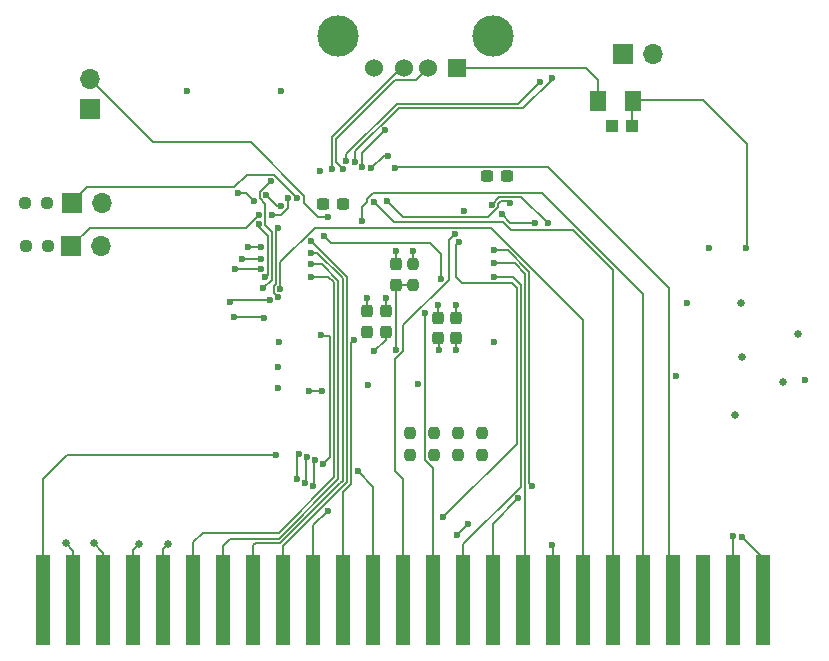
<source format=gbr>
%TF.GenerationSoftware,KiCad,Pcbnew,8.0.6*%
%TF.CreationDate,2024-12-24T11:34:53+00:00*%
%TF.ProjectId,RISKYMSXCart,5249534b-594d-4535-9843-6172742e6b69,rev?*%
%TF.SameCoordinates,Original*%
%TF.FileFunction,Copper,L4,Bot*%
%TF.FilePolarity,Positive*%
%FSLAX46Y46*%
G04 Gerber Fmt 4.6, Leading zero omitted, Abs format (unit mm)*
G04 Created by KiCad (PCBNEW 8.0.6) date 2024-12-24 11:34:53*
%MOMM*%
%LPD*%
G01*
G04 APERTURE LIST*
G04 Aperture macros list*
%AMRoundRect*
0 Rectangle with rounded corners*
0 $1 Rounding radius*
0 $2 $3 $4 $5 $6 $7 $8 $9 X,Y pos of 4 corners*
0 Add a 4 corners polygon primitive as box body*
4,1,4,$2,$3,$4,$5,$6,$7,$8,$9,$2,$3,0*
0 Add four circle primitives for the rounded corners*
1,1,$1+$1,$2,$3*
1,1,$1+$1,$4,$5*
1,1,$1+$1,$6,$7*
1,1,$1+$1,$8,$9*
0 Add four rect primitives between the rounded corners*
20,1,$1+$1,$2,$3,$4,$5,0*
20,1,$1+$1,$4,$5,$6,$7,0*
20,1,$1+$1,$6,$7,$8,$9,0*
20,1,$1+$1,$8,$9,$2,$3,0*%
G04 Aperture macros list end*
%TA.AperFunction,ComponentPad*%
%ADD10R,1.700000X1.700000*%
%TD*%
%TA.AperFunction,ComponentPad*%
%ADD11O,1.700000X1.700000*%
%TD*%
%TA.AperFunction,ComponentPad*%
%ADD12R,1.524000X1.524000*%
%TD*%
%TA.AperFunction,ComponentPad*%
%ADD13C,1.524000*%
%TD*%
%TA.AperFunction,ComponentPad*%
%ADD14C,3.500000*%
%TD*%
%TA.AperFunction,SMDPad,CuDef*%
%ADD15R,1.270000X7.620000*%
%TD*%
%TA.AperFunction,SMDPad,CuDef*%
%ADD16RoundRect,0.237500X-0.237500X0.250000X-0.237500X-0.250000X0.237500X-0.250000X0.237500X0.250000X0*%
%TD*%
%TA.AperFunction,SMDPad,CuDef*%
%ADD17RoundRect,0.237500X0.237500X-0.300000X0.237500X0.300000X-0.237500X0.300000X-0.237500X-0.300000X0*%
%TD*%
%TA.AperFunction,SMDPad,CuDef*%
%ADD18RoundRect,0.237500X-0.300000X-0.237500X0.300000X-0.237500X0.300000X0.237500X-0.300000X0.237500X0*%
%TD*%
%TA.AperFunction,SMDPad,CuDef*%
%ADD19RoundRect,0.237500X-0.250000X-0.237500X0.250000X-0.237500X0.250000X0.237500X-0.250000X0.237500X0*%
%TD*%
%TA.AperFunction,SMDPad,CuDef*%
%ADD20R,1.100000X1.000000*%
%TD*%
%TA.AperFunction,SMDPad,CuDef*%
%ADD21RoundRect,0.250001X-0.462499X-0.624999X0.462499X-0.624999X0.462499X0.624999X-0.462499X0.624999X0*%
%TD*%
%TA.AperFunction,ViaPad*%
%ADD22C,0.600000*%
%TD*%
%TA.AperFunction,ViaPad*%
%ADD23C,0.654800*%
%TD*%
%TA.AperFunction,Conductor*%
%ADD24C,0.200000*%
%TD*%
%TA.AperFunction,Conductor*%
%ADD25C,0.203200*%
%TD*%
G04 APERTURE END LIST*
D10*
%TO.P,J1,1,Pin_1*%
%TO.N,/BOOT0*%
X120360000Y-95175000D03*
D11*
%TO.P,J1,2,Pin_2*%
%TO.N,+3.3V*%
X122900000Y-95175000D03*
%TD*%
D10*
%TO.P,J2,1,Pin_1*%
%TO.N,/USART_TX*%
X167060000Y-82575000D03*
D11*
%TO.P,J2,2,Pin_2*%
%TO.N,/USART_RX*%
X169600000Y-82575000D03*
%TD*%
D12*
%TO.P,J7,1,VBUS*%
%TO.N,Net-(J7-VBUS)*%
X153000000Y-83727500D03*
D13*
%TO.P,J7,2,D-*%
%TO.N,/USB1_DM*%
X150500000Y-83727500D03*
%TO.P,J7,3,D+*%
%TO.N,/USB1_DP*%
X148500000Y-83727500D03*
%TO.P,J7,4,GND*%
%TO.N,GND*%
X146000000Y-83727500D03*
D14*
%TO.P,J7,5,Shield*%
X156070000Y-81017500D03*
X142930000Y-81017500D03*
%TD*%
D10*
%TO.P,J5,1,Pin_1*%
%TO.N,/BOOT1*%
X120335000Y-98825000D03*
D11*
%TO.P,J5,2,Pin_2*%
%TO.N,+3.3V*%
X122875000Y-98825000D03*
%TD*%
D10*
%TO.P,J8,1,Pin_1*%
%TO.N,/SWCLK*%
X121900000Y-87240000D03*
D11*
%TO.P,J8,2,Pin_2*%
%TO.N,/SWDIO*%
X121900000Y-84700000D03*
%TD*%
D15*
%TO.P,CN1,P1,~{EXCS1}*%
%TO.N,/~{EXCS1}*%
X178930300Y-128805934D03*
%TO.P,CN1,P3,~{EXCS12}*%
%TO.N,/~{EXCS12}*%
X176390300Y-128805934D03*
%TO.P,CN1,P5,P$5*%
%TO.N,unconnected-(CN1-P$5-PadP5)*%
X173850300Y-128805934D03*
%TO.P,CN1,P7,WAIT*%
%TO.N,/WAIT*%
X171310300Y-128805934D03*
%TO.P,CN1,P9,~{M1}*%
%TO.N,/~{M1}*%
X168770300Y-128805934D03*
%TO.P,CN1,P11,IORQ*%
%TO.N,/IORQ*%
X166230300Y-128805934D03*
%TO.P,CN1,P13,WR*%
%TO.N,/WR*%
X163690300Y-128805934D03*
%TO.P,CN1,P15,~{RESET}*%
%TO.N,/~{RESET}*%
X161150300Y-128805934D03*
%TO.P,CN1,P17,A9*%
%TO.N,/A9*%
X158610300Y-128805934D03*
%TO.P,CN1,P19,A11*%
%TO.N,/A11*%
X156070300Y-128805934D03*
%TO.P,CN1,P21,A7*%
%TO.N,/A7*%
X153530300Y-128805934D03*
%TO.P,CN1,P23,A12*%
%TO.N,/A12*%
X150990300Y-128805934D03*
%TO.P,CN1,P25,A14*%
%TO.N,/A14*%
X148450300Y-128805934D03*
%TO.P,CN1,P27,A1*%
%TO.N,/A1*%
X145910300Y-128805934D03*
%TO.P,CN1,P29,A3*%
%TO.N,/A3*%
X143370300Y-128805934D03*
%TO.P,CN1,P31,A5*%
%TO.N,/A5*%
X140830300Y-128805934D03*
%TO.P,CN1,P33,D1*%
%TO.N,/D1*%
X138290300Y-128805934D03*
%TO.P,CN1,P35,D3*%
%TO.N,/D3*%
X135750300Y-128805934D03*
%TO.P,CN1,P37,D5*%
%TO.N,/D5*%
X133210300Y-128805934D03*
%TO.P,CN1,P39,D7*%
%TO.N,/D7*%
X130670300Y-128805934D03*
%TO.P,CN1,P41,GND@1*%
%TO.N,GND*%
X128130300Y-128805934D03*
%TO.P,CN1,P43,GND@0*%
X125590300Y-128805934D03*
%TO.P,CN1,P45,VCC@0*%
%TO.N,+5V*%
X123050300Y-128805934D03*
%TO.P,CN1,P47,VCC@1*%
X120510300Y-128805934D03*
%TO.P,CN1,P49,SND_IN*%
%TO.N,/SCC_AUD*%
X117970300Y-128805934D03*
%TD*%
D16*
%TO.P,R5,1*%
%TO.N,Net-(D1-A)*%
X149050000Y-114687500D03*
%TO.P,R5,2*%
%TO.N,+3.3V*%
X149050000Y-116512500D03*
%TD*%
D17*
%TO.P,C8,1*%
%TO.N,+3.3V*%
X151425000Y-106637500D03*
%TO.P,C8,2*%
%TO.N,GND*%
X151425000Y-104912500D03*
%TD*%
%TO.P,C11,1*%
%TO.N,+3.3V*%
X145400000Y-106075000D03*
%TO.P,C11,2*%
%TO.N,GND*%
X145400000Y-104350000D03*
%TD*%
%TO.P,C6,1*%
%TO.N,+3.3V*%
X152925000Y-106637500D03*
%TO.P,C6,2*%
%TO.N,GND*%
X152925000Y-104912500D03*
%TD*%
D18*
%TO.P,C4,1*%
%TO.N,+3.3V*%
X155525000Y-92875000D03*
%TO.P,C4,2*%
%TO.N,GND*%
X157250000Y-92875000D03*
%TD*%
D17*
%TO.P,C9,1*%
%TO.N,/NRST*%
X147800000Y-102100000D03*
%TO.P,C9,2*%
%TO.N,GND*%
X147800000Y-100375000D03*
%TD*%
D19*
%TO.P,R1,1*%
%TO.N,GND*%
X116460000Y-95175000D03*
%TO.P,R1,2*%
%TO.N,/BOOT0*%
X118285000Y-95175000D03*
%TD*%
D18*
%TO.P,C2,1*%
%TO.N,+3.3V*%
X141650000Y-95250000D03*
%TO.P,C2,2*%
%TO.N,GND*%
X143375000Y-95250000D03*
%TD*%
D17*
%TO.P,C5,1*%
%TO.N,+3.3V*%
X146950000Y-106062500D03*
%TO.P,C5,2*%
%TO.N,GND*%
X146950000Y-104337500D03*
%TD*%
D16*
%TO.P,R6,1*%
%TO.N,Net-(D2-A)*%
X151050000Y-114687500D03*
%TO.P,R6,2*%
%TO.N,+3.3V*%
X151050000Y-116512500D03*
%TD*%
%TO.P,R8,1*%
%TO.N,Net-(D4-A)*%
X155100000Y-114650000D03*
%TO.P,R8,2*%
%TO.N,+3.3V*%
X155100000Y-116475000D03*
%TD*%
D19*
%TO.P,R2,1*%
%TO.N,GND*%
X116535000Y-98825000D03*
%TO.P,R2,2*%
%TO.N,/BOOT1*%
X118360000Y-98825000D03*
%TD*%
D20*
%TO.P,C3,1,1*%
%TO.N,+5V*%
X167775000Y-88675000D03*
%TO.P,C3,2,2*%
%TO.N,GND*%
X166075000Y-88675000D03*
%TD*%
D16*
%TO.P,R7,1*%
%TO.N,Net-(D3-A)*%
X153100000Y-114650000D03*
%TO.P,R7,2*%
%TO.N,+3.3V*%
X153100000Y-116475000D03*
%TD*%
D21*
%TO.P,F2,1*%
%TO.N,Net-(J7-VBUS)*%
X164942500Y-86495000D03*
%TO.P,F2,2*%
%TO.N,+5V*%
X167917500Y-86495000D03*
%TD*%
D16*
%TO.P,R4,1*%
%TO.N,+3.3V*%
X149300000Y-100325000D03*
%TO.P,R4,2*%
%TO.N,/NRST*%
X149300000Y-102150000D03*
%TD*%
D22*
%TO.N,GND*%
X137850000Y-110812500D03*
X174300000Y-99000000D03*
X171500000Y-109800000D03*
X137900000Y-106900000D03*
X152925000Y-103800000D03*
X141368788Y-92431212D03*
X143375000Y-95250000D03*
X149651004Y-110500000D03*
D23*
X128536700Y-124056134D03*
D22*
X147800000Y-99200000D03*
X157250000Y-92875000D03*
X182500000Y-110175000D03*
X151425000Y-103800000D03*
X146950000Y-103200000D03*
X153562984Y-95810364D03*
D23*
X126072900Y-124056134D03*
D22*
X166075000Y-88675000D03*
X145500000Y-110600000D03*
D23*
X181851300Y-106250734D03*
D22*
X145400000Y-103250000D03*
X156150000Y-106900000D03*
D23*
%TO.N,+5V*%
X122262900Y-123979934D03*
X177101500Y-108206534D03*
D22*
X167912500Y-86475000D03*
D23*
X180555900Y-110314734D03*
D22*
X177500000Y-99000000D03*
D23*
X119849900Y-123979934D03*
D22*
%TO.N,+3.3V*%
X151500000Y-107650000D03*
X138125000Y-85675000D03*
X137850000Y-109087500D03*
X155525000Y-92875000D03*
X151050000Y-116512500D03*
X152900000Y-107650000D03*
X141525000Y-95050000D03*
X155100000Y-116475000D03*
D23*
X176517300Y-113134134D03*
D22*
X130125000Y-85675000D03*
X153100000Y-116475000D03*
X145400000Y-106075000D03*
X146000000Y-107700000D03*
X146950000Y-106062500D03*
X149050000Y-116512500D03*
X149300000Y-99250000D03*
D23*
X176999900Y-103609134D03*
D22*
X172440000Y-103660000D03*
%TO.N,/~{EXCS1}*%
X136575000Y-102400000D03*
X177152186Y-123418049D03*
X137231289Y-93322601D03*
%TO.N,/~{EXCS2}*%
X137132470Y-103369541D03*
X133745200Y-103550000D03*
%TO.N,/~{EXCS12}*%
X134097600Y-104850000D03*
X136650000Y-104875000D03*
X176400000Y-123400000D03*
%TO.N,/~{EXSLTSL}*%
X136217800Y-96928196D03*
X136767800Y-101427400D03*
%TO.N,/~{RFSH}*%
X155927399Y-95309854D03*
X160666800Y-96882488D03*
%TO.N,/WAIT*%
X147721521Y-92185495D03*
%TO.N,/~{M1}*%
X144975000Y-96695200D03*
%TO.N,/BDIR*%
X147155967Y-91195200D03*
X145725000Y-92250000D03*
%TO.N,/IORQ*%
X145947600Y-95050000D03*
%TO.N,/MREQ*%
X159562000Y-96825000D03*
X156800000Y-96125000D03*
%TO.N,/WR*%
X138025000Y-102427400D03*
%TO.N,/RD*%
X137800000Y-97322600D03*
X137855220Y-103160397D03*
%TO.N,/~{RESET}*%
X161000000Y-124150000D03*
X157481040Y-95202400D03*
X147052400Y-95000000D03*
%TO.N,/A9*%
X156150000Y-100295201D03*
%TO.N,/A11*%
X156150000Y-99190401D03*
X159304800Y-119100000D03*
X158200001Y-120181211D03*
%TO.N,/A7*%
X156150000Y-101400000D03*
%TO.N,/A12*%
X150257914Y-104504510D03*
%TO.N,/A8*%
X153963950Y-122313950D03*
X152977900Y-123300000D03*
%TO.N,/A14*%
X152800000Y-97800000D03*
%TO.N,/A13*%
X153200000Y-98450000D03*
X151809394Y-121790606D03*
%TO.N,/A1*%
X141686839Y-117253218D03*
X144604800Y-117900000D03*
X141500000Y-106350000D03*
%TO.N,/A3*%
X144252400Y-106800000D03*
%TO.N,/A2*%
X140312702Y-116641176D03*
X140099730Y-118875207D03*
%TO.N,/A5*%
X140991662Y-116965402D03*
X142039790Y-121239790D03*
X140791021Y-119172233D03*
%TO.N,/A4*%
X139442553Y-118508837D03*
X139600000Y-116400000D03*
X140447600Y-111100000D03*
X141552400Y-111100000D03*
%TO.N,/D1*%
X140623368Y-98375000D03*
%TO.N,/D3*%
X140647600Y-99375001D03*
%TO.N,/D2*%
X136415400Y-98875000D03*
X135310600Y-98909394D03*
%TO.N,/D5*%
X140647600Y-100350000D03*
%TO.N,/D4*%
X136415400Y-99875000D03*
X134758200Y-99900000D03*
%TO.N,/D7*%
X140647600Y-101400000D03*
%TO.N,/D6*%
X134169493Y-100783183D03*
X136379093Y-100783183D03*
%TO.N,/SCC_AUD*%
X137675000Y-116500000D03*
%TO.N,/NRST*%
X147800000Y-107600000D03*
%TO.N,Net-(D1-A)*%
X149050000Y-114687500D03*
%TO.N,Net-(D2-A)*%
X151050000Y-114687500D03*
%TO.N,/BOOT0*%
X139462500Y-94772600D03*
X118285000Y-95175000D03*
%TO.N,/USART_TX*%
X144371003Y-91671933D03*
X161000000Y-84625000D03*
%TO.N,/USART_RX*%
X143622278Y-91597634D03*
X160000000Y-84900000D03*
%TO.N,/BOOT1*%
X151600000Y-101600000D03*
X136217800Y-96175793D03*
X138681290Y-94772602D03*
X137322600Y-96175793D03*
X141752400Y-97975000D03*
X118360000Y-98825000D03*
%TO.N,/USB1_DM*%
X143319907Y-92286606D03*
%TO.N,/USB1_DP*%
X142400552Y-92333476D03*
%TO.N,/SWDIO*%
X142089790Y-96335210D03*
%TO.N,/SWCLK*%
X134462561Y-94315672D03*
X138126412Y-95400000D03*
X136827399Y-94491389D03*
X135809302Y-95021866D03*
%TO.N,Net-(D3-A)*%
X153100000Y-114650000D03*
%TO.N,Net-(D4-A)*%
X155100000Y-114650000D03*
%TO.N,/BTN1*%
X146921379Y-89033201D03*
X144967972Y-92129904D03*
%TO.N,GND*%
X116535000Y-98825000D03*
X116460000Y-95175000D03*
%TD*%
D24*
%TO.N,/A12*%
X151000000Y-128796234D02*
X150990300Y-128805934D01*
X151000000Y-117649404D02*
X151000000Y-128796234D01*
X150257914Y-104504510D02*
X150257914Y-116907318D01*
X150257914Y-116907318D02*
X151000000Y-117649404D01*
%TO.N,/A3*%
X143350000Y-119646737D02*
X143350000Y-128785634D01*
X144052400Y-118944337D02*
X143350000Y-119646737D01*
X144052400Y-107000000D02*
X144052400Y-118944337D01*
X144252400Y-106800000D02*
X144052400Y-107000000D01*
X143350000Y-128785634D02*
X143370300Y-128805934D01*
%TO.N,/USB1_DM*%
X149485600Y-84741900D02*
X150500000Y-83727500D01*
X147731468Y-84741900D02*
X149485600Y-84741900D01*
X142752952Y-89720416D02*
X147731468Y-84741900D01*
X143319907Y-92286606D02*
X142752952Y-91719651D01*
X142752952Y-91719651D02*
X142752952Y-89720416D01*
%TO.N,/USART_RX*%
X158127400Y-86772600D02*
X160000000Y-84900000D01*
X143622278Y-91597634D02*
X143622278Y-91052721D01*
X147902399Y-86772600D02*
X158127400Y-86772600D01*
X143622278Y-91052721D02*
X147902399Y-86772600D01*
%TO.N,/USB1_DP*%
X142400552Y-89574448D02*
X148247500Y-83727500D01*
X142400552Y-92333476D02*
X142400552Y-89574448D01*
X148247500Y-83727500D02*
X148500000Y-83727500D01*
%TO.N,/BDIR*%
X146779800Y-91195200D02*
X147155967Y-91195200D01*
X145725000Y-92250000D02*
X146779800Y-91195200D01*
%TO.N,/USART_TX*%
X161000000Y-84748369D02*
X161000000Y-84625000D01*
X158623369Y-87125000D02*
X161000000Y-84748369D01*
X148048368Y-87125000D02*
X158623369Y-87125000D01*
X144371003Y-91671933D02*
X144371003Y-90802365D01*
X144371003Y-90802365D02*
X148048368Y-87125000D01*
D25*
%TO.N,GND*%
X128130300Y-128805934D02*
X128130300Y-124462534D01*
X125590300Y-124538734D02*
X126072900Y-124056134D01*
D24*
X146950000Y-103200000D02*
X146950000Y-104337500D01*
D25*
X125590300Y-128805934D02*
X125590300Y-124538734D01*
X128130300Y-124462534D02*
X128536700Y-124056134D01*
D24*
X145400000Y-103250000D02*
X145400000Y-104350000D01*
X151425000Y-104912500D02*
X151425000Y-103800000D01*
X152925000Y-104912500D02*
X152925000Y-103800000D01*
X147800000Y-99200000D02*
X147800000Y-100375000D01*
%TO.N,+5V*%
X173800000Y-86475000D02*
X177525000Y-90200000D01*
X167775000Y-86637500D02*
X167917500Y-86495000D01*
D25*
X120510300Y-124640334D02*
X119849900Y-123979934D01*
D24*
X177525000Y-90200000D02*
X177525000Y-98975000D01*
X167912500Y-86475000D02*
X173800000Y-86475000D01*
D25*
X123050300Y-124767334D02*
X122262900Y-123979934D01*
D24*
X177525000Y-98975000D02*
X177500000Y-99000000D01*
D25*
X120510300Y-128805934D02*
X120510300Y-124868934D01*
D24*
X167775000Y-88675000D02*
X167775000Y-86637500D01*
D25*
X123050300Y-128805934D02*
X123050300Y-124767334D01*
X120510300Y-124868934D02*
X120510300Y-124640334D01*
D24*
%TO.N,+3.3V*%
X149300000Y-99250000D02*
X149300000Y-100325000D01*
X151500000Y-106712500D02*
X151425000Y-106637500D01*
X152900000Y-106662500D02*
X152925000Y-106637500D01*
X146950000Y-106062500D02*
X146950000Y-106750000D01*
X151362500Y-106375000D02*
X151362500Y-106612500D01*
X151500000Y-107650000D02*
X151500000Y-106712500D01*
X146950000Y-106750000D02*
X146000000Y-107700000D01*
X152900000Y-107650000D02*
X152900000Y-106662500D01*
%TO.N,/~{EXCS1}*%
X137320200Y-101656212D02*
X136576412Y-102400000D01*
X178950000Y-125611234D02*
X178930300Y-125630934D01*
X136274999Y-94262577D02*
X136753886Y-93783690D01*
X136753886Y-93783690D02*
X136770200Y-93783690D01*
X136576412Y-102400000D02*
X136575000Y-102400000D01*
X178930300Y-125630934D02*
X178930300Y-128805934D01*
X136575000Y-102400000D02*
X136575000Y-102350000D01*
X136274999Y-94720201D02*
X136274999Y-94262577D01*
X137320200Y-97624012D02*
X136770200Y-97074012D01*
X136770200Y-93783690D02*
X137231289Y-93322601D01*
X136770200Y-97074012D02*
X136770200Y-95215402D01*
X136770200Y-95215402D02*
X136274999Y-94720201D01*
X137320200Y-101656212D02*
X137320200Y-97624012D01*
%TO.N,/~{EXCS2}*%
X133745200Y-103550000D02*
X133925659Y-103369541D01*
X133925659Y-103369541D02*
X137132470Y-103369541D01*
%TO.N,/~{EXCS12}*%
X136625000Y-104850000D02*
X136650000Y-104875000D01*
X134097600Y-104850000D02*
X136625000Y-104850000D01*
%TO.N,/~{EXSLTSL}*%
X136217800Y-97217800D02*
X136967800Y-97967800D01*
X136967800Y-97967800D02*
X136967800Y-101227400D01*
X136967800Y-101227400D02*
X136767800Y-101427400D01*
X136217800Y-96928196D02*
X136217800Y-97217800D01*
%TO.N,/~{RFSH}*%
X156587253Y-94650000D02*
X158434312Y-94650000D01*
X158434312Y-94650000D02*
X160666800Y-96882488D01*
X155927399Y-95309854D02*
X156587253Y-94650000D01*
%TO.N,/WAIT*%
X170947600Y-102372600D02*
X170947600Y-128443234D01*
X170947600Y-128443234D02*
X171310300Y-128805934D01*
X147721521Y-92185495D02*
X147759416Y-92147600D01*
X147759416Y-92147600D02*
X160722600Y-92147600D01*
X160722600Y-92147600D02*
X170947600Y-102372600D01*
%TO.N,/~{M1}*%
X145395200Y-94821188D02*
X145918788Y-94297600D01*
X145918788Y-94297600D02*
X160170969Y-94297600D01*
X168770300Y-102896931D02*
X168770300Y-128805934D01*
X145395200Y-95104800D02*
X145395200Y-94821188D01*
D25*
X168694100Y-128755134D02*
X168770300Y-128805934D01*
D24*
X160170969Y-94297600D02*
X168770300Y-102896931D01*
X144975000Y-95525000D02*
X145395200Y-95104800D01*
X144975000Y-96695200D02*
X144975000Y-95525000D01*
%TO.N,/IORQ*%
X166230300Y-100855300D02*
X166230300Y-128805934D01*
X147438768Y-96541169D02*
X147645199Y-96747600D01*
X157537066Y-97434888D02*
X162809888Y-97434888D01*
X156849778Y-96747600D02*
X157537066Y-97434888D01*
X145947600Y-95050000D02*
X147438768Y-96541169D01*
X162809888Y-97434888D02*
X166230300Y-100855300D01*
X147645199Y-96747600D02*
X156849778Y-96747600D01*
%TO.N,/MREQ*%
X157500000Y-96825000D02*
X159562000Y-96825000D01*
X156800000Y-96125000D02*
X157500000Y-96825000D01*
%TO.N,/WR*%
X163690300Y-105093563D02*
X155844337Y-97247600D01*
X155844337Y-97247600D02*
X140969556Y-97247600D01*
X140969556Y-97247600D02*
X138025000Y-100192156D01*
X163690300Y-128805934D02*
X163690300Y-105093563D01*
X163690300Y-128805934D02*
X163700000Y-128796234D01*
X138025000Y-100192156D02*
X138025000Y-102427400D01*
%TO.N,/RD*%
X137672600Y-101998588D02*
X137472600Y-102198588D01*
X137472600Y-102198588D02*
X137472600Y-102777777D01*
X137800000Y-97322600D02*
X137672600Y-97450000D01*
X137672600Y-97450000D02*
X137672600Y-101998588D01*
X137472600Y-102777777D02*
X137855220Y-103160397D01*
%TO.N,/~{RESET}*%
X156479799Y-95255822D02*
X156479799Y-95538666D01*
X157481040Y-95202400D02*
X157281040Y-95002400D01*
X155638090Y-96380375D02*
X148432775Y-96380375D01*
X156479799Y-95538666D02*
X155638090Y-96380375D01*
X157281040Y-95002400D02*
X156733221Y-95002400D01*
X148432775Y-96380375D02*
X147052400Y-95000000D01*
X156733221Y-95002400D02*
X156479799Y-95255822D01*
%TO.N,/A9*%
X158752400Y-101152400D02*
X158752400Y-125488834D01*
X156150000Y-100295201D02*
X157895201Y-100295201D01*
X158610300Y-125630934D02*
X158610300Y-128805934D01*
D25*
X158610300Y-125072134D02*
X158610300Y-128805934D01*
D24*
X158752400Y-125488834D02*
X158610300Y-125630934D01*
X157895201Y-100295201D02*
X158752400Y-101152400D01*
%TO.N,/A11*%
X159104800Y-118900000D02*
X159304800Y-119100000D01*
X156150000Y-99190401D02*
X157288769Y-99190401D01*
X156070300Y-128805934D02*
X156070300Y-122310912D01*
X157288769Y-99190401D02*
X159104800Y-101006432D01*
X159104800Y-101006432D02*
X159104800Y-118900000D01*
X156070300Y-122310912D02*
X158200001Y-120181211D01*
%TO.N,/A7*%
X158400000Y-102100000D02*
X158400000Y-119200000D01*
X158400000Y-119200000D02*
X153530300Y-124069700D01*
X156150000Y-101400000D02*
X157700000Y-101400000D01*
X153530300Y-124069700D02*
X153530300Y-128805934D01*
X157700000Y-101400000D02*
X158400000Y-102100000D01*
%TO.N,/A12*%
X150990300Y-128805934D02*
X150990300Y-125630934D01*
%TO.N,/A14*%
X148450300Y-118500300D02*
X147775000Y-117825000D01*
X152275000Y-101706212D02*
X148450300Y-105530912D01*
X148450300Y-107730912D02*
X148450300Y-105530912D01*
X152800000Y-97800000D02*
X152275000Y-98325000D01*
X148450300Y-128805934D02*
X148450300Y-118500300D01*
X147775000Y-117825000D02*
X147775000Y-108406212D01*
X152275000Y-98325000D02*
X152275000Y-101706212D01*
X147775000Y-108406212D02*
X148450300Y-107730912D01*
%TO.N,/A13*%
X152900000Y-98750000D02*
X152900000Y-101450000D01*
X153402400Y-101952400D02*
X157652400Y-101952400D01*
X158047600Y-102347600D02*
X158047600Y-115552400D01*
X157652400Y-101952400D02*
X158047600Y-102347600D01*
X152900000Y-101450000D02*
X153402400Y-101952400D01*
X153200000Y-98450000D02*
X152900000Y-98750000D01*
X158047600Y-115552400D02*
X151809394Y-121790606D01*
%TO.N,/A1*%
X142247600Y-116692457D02*
X142247600Y-106400000D01*
X142247600Y-106400000D02*
X141550000Y-106400000D01*
X144604800Y-117900000D02*
X145910300Y-119205500D01*
X141686839Y-117253218D02*
X142247600Y-116692457D01*
X141550000Y-106400000D02*
X141500000Y-106350000D01*
X145910300Y-119205500D02*
X145910300Y-128805934D01*
%TO.N,/A3*%
X143370300Y-128805934D02*
X143370300Y-125630934D01*
%TO.N,/A2*%
X140312702Y-116641176D02*
X140175000Y-116778878D01*
X140175000Y-116778878D02*
X140175000Y-118799937D01*
X140175000Y-118799937D02*
X140099730Y-118875207D01*
%TO.N,/A5*%
X140850000Y-119113254D02*
X140850000Y-117107064D01*
X140830300Y-122449280D02*
X140830300Y-128805934D01*
X140791021Y-119172233D02*
X140850000Y-119113254D01*
X140850000Y-117107064D02*
X140991662Y-116965402D01*
X142039790Y-121239790D02*
X140830300Y-122449280D01*
%TO.N,/A4*%
X139442553Y-118508837D02*
X139442553Y-116557447D01*
X140447600Y-111100000D02*
X141552400Y-111100000D01*
X139442553Y-116557447D02*
X139600000Y-116400000D01*
%TO.N,/D1*%
X140623368Y-98375000D02*
X143700000Y-101451632D01*
X138290300Y-124208068D02*
X138290300Y-128805934D01*
X143700000Y-118798368D02*
X138290300Y-124208068D01*
X143700000Y-101451632D02*
X143700000Y-118798368D01*
%TO.N,/D3*%
X143304800Y-118695201D02*
X143098369Y-118901632D01*
X135947600Y-123952400D02*
X138047599Y-123952400D01*
X141125001Y-99375001D02*
X143304800Y-101554800D01*
X143304800Y-101554800D02*
X143304800Y-118695201D01*
X135750000Y-124150000D02*
X135947600Y-123952400D01*
X140647600Y-99375001D02*
X141125001Y-99375001D01*
X135750300Y-128805934D02*
X135750300Y-124150300D01*
X143098367Y-118901632D02*
X143098369Y-118901632D01*
X135750300Y-124150300D02*
X135750000Y-124150000D01*
X135750300Y-126249700D02*
X135750300Y-128805934D01*
X138047599Y-123952400D02*
X143098367Y-118901632D01*
%TO.N,/D2*%
X135310600Y-98909394D02*
X136381006Y-98909394D01*
X136381006Y-98909394D02*
X136415400Y-98875000D01*
%TO.N,/D5*%
X133210300Y-124189700D02*
X133800000Y-123600000D01*
X133800000Y-123600000D02*
X137901632Y-123600000D01*
X141548368Y-100350000D02*
X140647600Y-100350000D01*
X142952400Y-118549232D02*
X142952400Y-101754032D01*
X133210300Y-128805934D02*
X133210300Y-124189700D01*
X142952400Y-101754032D02*
X141548368Y-100350000D01*
X137901632Y-123600000D02*
X142952400Y-118549232D01*
%TO.N,/D4*%
X136390400Y-99900000D02*
X136415400Y-99875000D01*
X134758200Y-99900000D02*
X136390400Y-99900000D01*
%TO.N,/D7*%
X131450000Y-123100000D02*
X130650000Y-123900000D01*
D25*
X130644900Y-128805934D02*
X130670300Y-128805934D01*
D24*
X142600000Y-101900000D02*
X142600000Y-118403264D01*
X130670300Y-125630934D02*
X130670300Y-128805934D01*
X137903264Y-123100000D02*
X131450000Y-123100000D01*
X142600000Y-118403264D02*
X137903264Y-123100000D01*
X130650000Y-123900000D02*
X130650000Y-125610634D01*
X130650000Y-125610634D02*
X130670300Y-125630934D01*
X140647600Y-101400000D02*
X142100000Y-101400000D01*
X142100000Y-101400000D02*
X142600000Y-101900000D01*
%TO.N,/D6*%
X134169493Y-100783183D02*
X136379093Y-100783183D01*
%TO.N,/SCC_AUD*%
X117970300Y-128805934D02*
X117970300Y-118504700D01*
X137675000Y-116500000D02*
X132650000Y-116500000D01*
X119975000Y-116500000D02*
X132650000Y-116500000D01*
X117970300Y-118504700D02*
X119975000Y-116500000D01*
%TO.N,/NRST*%
X147850000Y-102150000D02*
X149150000Y-102150000D01*
X147800000Y-102100000D02*
X147850000Y-102150000D01*
X147800000Y-107600000D02*
X147800000Y-102100000D01*
%TO.N,Net-(J7-VBUS)*%
X163952500Y-83727500D02*
X153000000Y-83727500D01*
X164942500Y-84717500D02*
X163952500Y-83727500D01*
X164942500Y-86495000D02*
X164942500Y-84717500D01*
%TO.N,/BOOT0*%
X121685000Y-93850000D02*
X120360000Y-95175000D01*
X139462500Y-94772600D02*
X137460101Y-92770201D01*
X135226820Y-92770201D02*
X134147021Y-93850000D01*
X137460101Y-92770201D02*
X135226820Y-92770201D01*
X134147021Y-93850000D02*
X121685000Y-93850000D01*
%TO.N,/BOOT1*%
X142333831Y-98556431D02*
X141752400Y-97975000D01*
X138678812Y-95628812D02*
X138678812Y-95171188D01*
X138681290Y-95168710D02*
X138681290Y-94772602D01*
X151600000Y-99450000D02*
X150706431Y-98556431D01*
X138131831Y-96175793D02*
X138678812Y-95628812D01*
X138678812Y-95171188D02*
X138681290Y-95168710D01*
X137322600Y-96175793D02*
X138131831Y-96175793D01*
X150706431Y-98556431D02*
X142333831Y-98556431D01*
X121910000Y-97250000D02*
X120335000Y-98825000D01*
X136217800Y-96175793D02*
X136188991Y-96175793D01*
X135114784Y-97250000D02*
X121910000Y-97250000D01*
X136188991Y-96175793D02*
X135114784Y-97250000D01*
X151600000Y-101600000D02*
X151600000Y-99450000D01*
%TO.N,/SWDIO*%
X135521112Y-90050000D02*
X127250000Y-90050000D01*
X140014900Y-94543788D02*
X135521112Y-90050000D01*
X127250000Y-90050000D02*
X121900000Y-84700000D01*
X142089790Y-96335210D02*
X141185210Y-96335210D01*
X140014900Y-95164900D02*
X140014900Y-94543788D01*
X141185210Y-96335210D02*
X140014900Y-95164900D01*
%TO.N,/SWCLK*%
X136827399Y-94491389D02*
X137736010Y-95400000D01*
X137736010Y-95400000D02*
X138126412Y-95400000D01*
X134462561Y-94315672D02*
X135103108Y-94315672D01*
X135103108Y-94315672D02*
X135809302Y-95021866D01*
%TO.N,/BTN1*%
X146891799Y-89033201D02*
X144967972Y-90957028D01*
X144967972Y-90957028D02*
X144967972Y-92129904D01*
X146921379Y-89033201D02*
X146891799Y-89033201D01*
%TO.N,/A8*%
X153963950Y-122313950D02*
X152977900Y-123300000D01*
%TO.N,/~{RESET}*%
X161150300Y-124300300D02*
X161150300Y-128805934D01*
X161000000Y-124150000D02*
X161150300Y-124300300D01*
%TO.N,/~{EXCS12}*%
X176400000Y-123400000D02*
X176390300Y-123409700D01*
X176390300Y-123409700D02*
X176390300Y-128805934D01*
%TO.N,/~{EXCS1}*%
X178930300Y-128805934D02*
X178930300Y-125196163D01*
X178930300Y-125196163D02*
X177152186Y-123418049D01*
%TD*%
M02*

</source>
